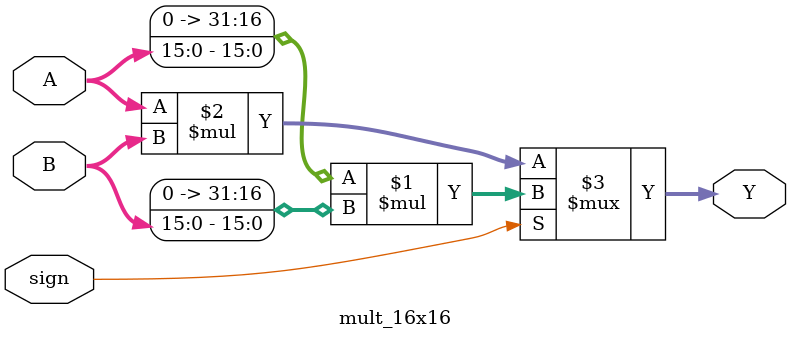
<source format=v>
module mult_16x16 (sign, A, B, Y);

    parameter A_width = 16;
    parameter B_width = 16;

    input [A_width-1:0] A;
    input [B_width-1:0] B;
    input sign;
    output [A_width+B_width-1:0] Y;

    assign Y = sign ? $signed(A) * $signed(B) : A * B;

    specify
        specparam tpd = 1.2;
        (A, B, sign *> Y) = tpd;
    endspecify

endmodule

</source>
